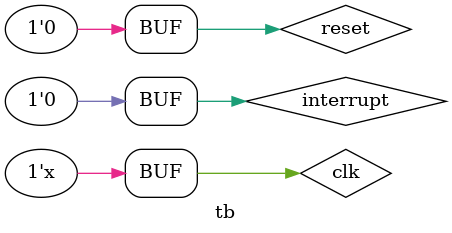
<source format=v>
`timescale 1ns / 1ps

module tb;
	reg clk, reset, interrupt;
    wire [31:0] addr;

	mips uut(
		.clk(clk),
		.reset(reset),
        .interrupt(interrupt),
        .addr(addr)
	);

	initial begin
		clk = 1;
        interrupt = 0;
		reset = 1;

		#40;
        reset = 0;

		// No stimulus here
	end
    always #5 clk <= ~clk;
endmodule

</source>
